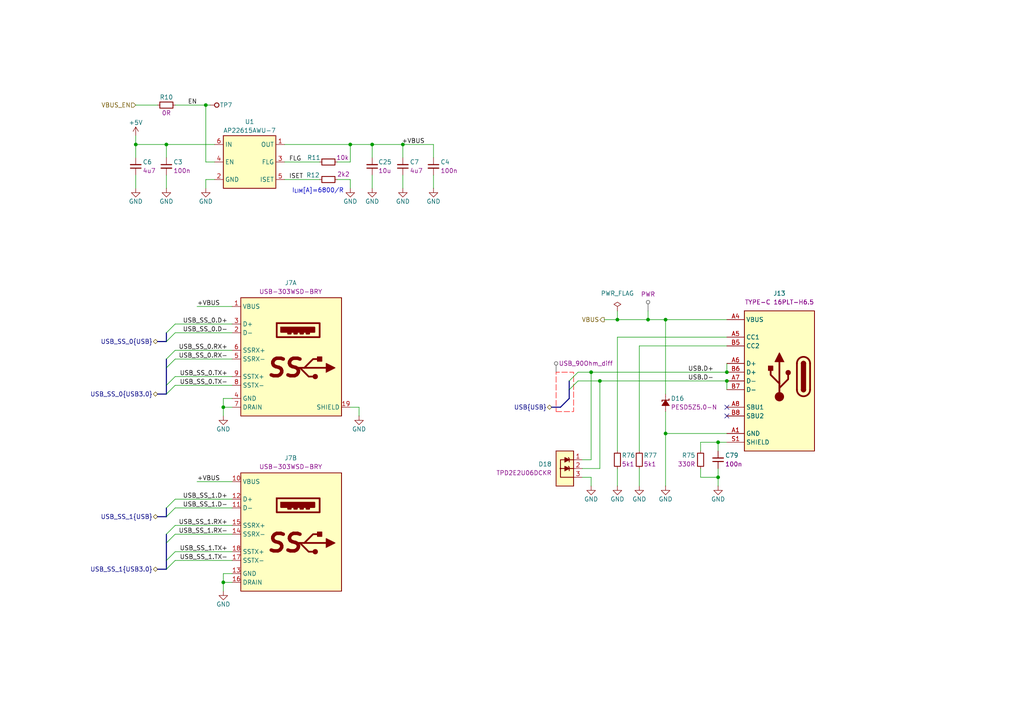
<source format=kicad_sch>
(kicad_sch (version 20250114) (generator "eeschema") (generator_version "9.0")
  (paper "A4")
  (title_block (title "ModuCard CM5 module") (date "2025-07-05") (rev "1.0.0") (company "KoNaR") (comment 1 "Project author: Dominik Pluta"))
  (lib_symbols
    (symbol "C-100n-0402_1" (pin_numbers (hide yes)) (pin_names (hide yes))
      (property "Reference" "C" (at 12.7 0 0))
      (property "Val" "100n" (at 12.7 -20.32 0))
      (symbol "C-100n-0402_1_0_1"
        (polyline (pts (xy 2.032 -1.524) (xy 2.032 1.524)) (stroke (width 0.3048)))
        (polyline (pts (xy 3.048 -1.524) (xy 3.048 1.524)) (stroke (width 0.3302)))
      )
      (symbol "C-100n-0402_1_1_1"
        (pin passive line (at 0 0 0) (length 2.032) (name "~") (number "1"))
        (pin passive line (at 5.08 0 180) (length 2.032) (name "~") (number "2"))
      )
    )
    (symbol "DW-ICs:AP22615AWU-7"
      (property "Reference" "U" (at 34.29 0 0))
      (property "MPN" "AP22615AWU-7" (at 34.29 -15.24 0))
      (symbol "AP22615AWU-7_0_1"
        (rectangle (start 2.54 2.54) (end 17.78 -12.7) (stroke (width 0.254)) (fill (type background)))
      )
      (symbol "AP22615AWU-7_1_0"
        (pin power_in line (at 0 0 0) (length 2.54) (name "IN") (number "6"))
        (pin input line (at 0 -5.08 0) (length 2.54) (name "EN") (number "4"))
        (pin power_in line (at 0 -10.16 0) (length 2.54) (name "GND") (number "2"))
        (pin power_out line (at 20.32 0 180) (length 2.54) (name "OUT") (number "1"))
        (pin open_collector line (at 20.32 -5.08 180) (length 2.54) (name "FLG") (number "3"))
        (pin passive line (at 20.32 -10.16 180) (length 2.54) (name "ISET") (number "5"))
      )
    )
    (symbol "DW-TVS:PESD5Z5" (pin_numbers (hide yes)) (pin_names (offset 0.002) (hide yes))
      (property "Reference" "D" (at 12.7 0 0))
      (property "MPN" "PESD5Z5.0-N" (at 12.7 -15.24 0))
      (symbol "PESD5Z5_0_1"
        (polyline (pts (xy 1.905 0) (xy 0.635 0)))
        (polyline (pts (xy 4.445 0) (xy 3.175 0)))
      )
      (symbol "PESD5Z5_1_1"
        (polyline (pts (xy 1.778 1.016) (xy 1.397 1.016)) (stroke (width 0.254)))
        (polyline (pts (xy 1.778 1.016) (xy 1.778 -1.016)) (stroke (width 0.254)))
        (polyline (pts (xy 2.159 -1.016) (xy 1.778 -1.016)) (stroke (width 0.254)))
        (polyline (pts (xy 3.302 1.016) (xy 3.302 -1.016) (xy 1.778 0) (xy 3.302 1.016)) (stroke (width 0.254)) (fill (type outline)))
        (pin passive line (at 0 0 0) (length 0.635) (name "C") (number "1"))
        (pin passive line (at 5.08 0 180) (length 0.635) (name "A") (number "2"))
      )
    )
    (symbol "DW-TVS:TPD2E2U06DCKR" (pin_names (offset 0.002) (hide yes))
      (property "Reference" "D" (at 8.89 0 0))
      (property "MPN" "TPD2E2U06DCKR" (at 8.89 -15.24 0))
      (symbol "TPD2E2U06DCKR_0_1"
        (polyline (pts (xy 2.54 -5.08) (xy 6.35 -5.08) (xy 6.35 0) (xy 5.08 0)) (stroke (width 0.254)))
        (polyline (pts (xy 3.81 0) (xy 2.54 0)) (stroke (width 0.254)))
        (polyline (pts (xy 3.81 -2.54) (xy 2.54 -2.54)) (stroke (width 0.254)))
        (polyline (pts (xy 5.08 -2.54) (xy 6.35 -2.54)) (stroke (width 0.254)))
      )
      (symbol "TPD2E2U06DCKR_1_1"
        (rectangle (start 2.54 2.54) (end 7.62 -7.62) (stroke (width 0.254)) (fill (type background)))
        (polyline (pts (xy 3.81 -0.635) (xy 3.81 -0.381) (xy 3.81 0.381) (xy 4.064 0.635)) (stroke (width 0.254)) (fill (type background)))
        (polyline (pts (xy 3.81 -3.175) (xy 3.81 -2.921) (xy 3.81 -2.159) (xy 4.064 -1.905)) (stroke (width 0.254)) (fill (type background)))
        (polyline (pts (xy 5.08 -0.635) (xy 5.08 0.635) (xy 3.81 0) (xy 5.08 -0.635)) (stroke (width 0.254)) (fill (type outline)))
        (polyline (pts (xy 5.08 -3.175) (xy 5.08 -1.905) (xy 3.81 -2.54) (xy 5.08 -3.175)) (stroke (width 0.254)) (fill (type outline)))
        (circle (center 6.35 -2.54) (radius 0.127) (stroke (width 0.254)) (fill (type background)))
        (pin passive line (at 0 0 0) (length 2.54) (name "1") (number "1"))
        (pin passive line (at 0 -2.54 0) (length 2.54) (name "2") (number "2"))
        (pin passive line (at 0 -5.08 0) (length 2.54) (name "3") (number "3"))
      )
    )
    (symbol "DW-capacitors:C-100n-0402" (pin_numbers (hide yes)) (pin_names (hide yes))
      (property "Reference" "C" (at 12.7 0 0))
      (property "Val" "100n" (at 12.7 -20.32 0))
      (symbol "C-100n-0402_0_1"
        (polyline (pts (xy 2.032 -1.524) (xy 2.032 1.524)) (stroke (width 0.3048)))
        (polyline (pts (xy 3.048 -1.524) (xy 3.048 1.524)) (stroke (width 0.3302)))
      )
      (symbol "C-100n-0402_1_1"
        (pin passive line (at 0 0 0) (length 2.032) (name "~") (number "1"))
        (pin passive line (at 5.08 0 180) (length 2.032) (name "~") (number "2"))
      )
    )
    (symbol "DW-capacitors:C-10u-0603" (pin_numbers (hide yes)) (pin_names (hide yes))
      (property "Reference" "C" (at 12.7 0 0))
      (property "Val" "10u" (at 12.7 -20.32 0))
      (symbol "C-10u-0603_0_1"
        (polyline (pts (xy 2.032 -1.524) (xy 2.032 1.524)) (stroke (width 0.3048)))
        (polyline (pts (xy 3.048 -1.524) (xy 3.048 1.524)) (stroke (width 0.3302)))
      )
      (symbol "C-10u-0603_1_1"
        (pin passive line (at 0 0 0) (length 2.032) (name "~") (number "1"))
        (pin passive line (at 5.08 0 180) (length 2.032) (name "~") (number "2"))
      )
    )
    (symbol "DW-capacitors:C-4u7-0402" (pin_numbers (hide yes)) (pin_names (hide yes))
      (property "Reference" "C" (at 12.7 0 0))
      (property "Val" "4u7" (at 12.7 -20.32 0))
      (symbol "C-4u7-0402_0_1"
        (polyline (pts (xy 2.032 -1.524) (xy 2.032 1.524)) (stroke (width 0.3048)))
        (polyline (pts (xy 3.048 -1.524) (xy 3.048 1.524)) (stroke (width 0.3302)))
      )
      (symbol "C-4u7-0402_1_1"
        (pin passive line (at 0 0 0) (length 2.032) (name "~") (number "1"))
        (pin passive line (at 5.08 0 180) (length 2.032) (name "~") (number "2"))
      )
    )
    (symbol "DW-connectors:USB-A_USB-303WSD-BRY"
      (property "Reference" "J" (at 34.29 0 0))
      (property "MPN" "USB-303WSD-BRY" (at 34.29 -15.24 0))
      (symbol "USB-A_USB-303WSD-BRY_0_1"
        (rectangle (start 2.54 2.54) (end 31.75 -31.75) (stroke (width 0.254)) (fill (type background)))
        (rectangle (start 12.954 -4.826) (end 25.4 -8.89) (stroke (width 0.508)))
        (rectangle (start 14.224 -6.096) (end 23.876 -7.366) (stroke (width 0.508)) (fill (type outline)))
        (rectangle (start 16.256 -7.62) (end 17.018 -7.874) (stroke (width 0.508)))
        (rectangle (start 18.034 -7.62) (end 18.796 -7.874) (stroke (width 0.508)))
        (polyline (pts (xy 18.415 -17.78) (xy 27.305 -17.78)) (stroke (width 0.508)))
        (polyline (pts (xy 19.685 -17.78) (xy 22.225 -20.32) (xy 23.495 -20.32)) (stroke (width 0.508)))
        (rectangle (start 19.812 -7.62) (end 20.574 -7.874) (stroke (width 0.508)))
        (polyline (pts (xy 20.955 -17.78) (xy 23.495 -15.24) (xy 24.765 -15.24)) (stroke (width 0.508)))
        (rectangle (start 21.59 -7.62) (end 22.352 -7.874) (stroke (width 0.508)))
        (circle (center 24.13 -20.32) (radius 0.635) (stroke (width 0.254)) (fill (type outline)))
        (rectangle (start 24.765 -14.605) (end 26.035 -15.875) (stroke (width 0.254)) (fill (type outline)))
        (polyline (pts (xy 27.305 -19.05) (xy 29.845 -17.78) (xy 27.305 -16.51) (xy 27.305 -19.05)) (stroke (width 0.254)) (fill (type outline)))
        (text "SS" (at 15.24 -17.78 0) (effects (font (size 5.08 5.08) (bold yes) (italic yes))))
      )
      (symbol "USB-A_USB-303WSD-BRY_1_1"
        (pin passive line (at 0 0 0) (length 2.54) (name "VBUS") (number "1"))
        (pin bidirectional line (at 0 -5.08 0) (length 2.54) (name "D+") (number "3"))
        (pin bidirectional line (at 0 -7.62 0) (length 2.54) (name "D-") (number "2"))
        (pin bidirectional line (at 0 -12.7 0) (length 2.54) (name "SSRX+") (number "6"))
        (pin bidirectional line (at 0 -15.24 0) (length 2.54) (name "SSRX-") (number "5"))
        (pin bidirectional line (at 0 -20.32 0) (length 2.54) (name "SSTX+") (number "9"))
        (pin bidirectional line (at 0 -22.86 0) (length 2.54) (name "SSTX-") (number "8"))
        (pin power_in line (at 0 -26.67 0) (length 2.54) (name "GND") (number "4"))
        (pin power_in line (at 0 -29.21 0) (length 2.54) (name "DRAIN") (number "7"))
        (pin passive line (at 34.29 -29.21 180) (length 2.54) (name "SHIELD") (number "19"))
      )
      (symbol "USB-A_USB-303WSD-BRY_2_1"
        (pin passive line (at 0 0 0) (length 2.54) (name "VBUS") (number "10"))
        (pin bidirectional line (at 0 -5.08 0) (length 2.54) (name "D+") (number "12"))
        (pin bidirectional line (at 0 -7.62 0) (length 2.54) (name "D-") (number "11"))
        (pin bidirectional line (at 0 -12.7 0) (length 2.54) (name "SSRX+") (number "15"))
        (pin bidirectional line (at 0 -15.24 0) (length 2.54) (name "SSRX-") (number "14"))
        (pin bidirectional line (at 0 -20.32 0) (length 2.54) (name "SSTX+") (number "18"))
        (pin bidirectional line (at 0 -22.86 0) (length 2.54) (name "SSTX-") (number "17"))
        (pin power_in line (at 0 -26.67 0) (length 2.54) (name "GND") (number "13"))
        (pin power_in line (at 0 -29.21 0) (length 2.54) (name "DRAIN") (number "16"))
      )
    )
    (symbol "DW-connectors:USB-C_TYPE-C_16PLT-H6.5"
      (property "Reference" "J" (at 27.94 0 0))
      (property "MPN" "TYPE-C 16PLT-H6.5" (at 27.94 -15.24 0))
      (symbol "USB-C_TYPE-C_16PLT-H6.5_0_1"
        (rectangle (start 13.335 -14.732) (end 12.065 -13.462) (stroke (width 0.254)) (fill (type outline)))
        (polyline (pts (xy 15.24 -18.542) (xy 12.7 -16.002) (xy 12.7 -14.732)) (stroke (width 0.508)))
        (polyline (pts (xy 15.24 -19.812) (xy 17.78 -17.272) (xy 17.78 -16.002)) (stroke (width 0.508)))
        (polyline (pts (xy 15.24 -22.352) (xy 15.24 -12.192)) (stroke (width 0.508)))
        (circle (center 15.24 -22.352) (radius 1.27) (fill (type outline)))
        (polyline (pts (xy 16.51 -12.192) (xy 15.24 -9.652) (xy 13.97 -12.192) (xy 16.51 -12.192)) (stroke (width 0.254)) (fill (type outline)))
        (circle (center 17.78 -15.367) (radius 0.635) (stroke (width 0.254)) (fill (type outline)))
        (polyline (pts (xy 20.32 -12.7) (xy 20.32 -20.32)) (stroke (width 0.508)))
        (arc (start 21.59 -12.7) (mid 22.225 -12.0677) (end 22.86 -12.7) (stroke (width 0.254)))
        (arc (start 21.59 -12.7) (mid 22.225 -12.0677) (end 22.86 -12.7) (stroke (width 0.254)) (fill (type outline)))
        (arc (start 20.32 -12.7) (mid 22.225 -10.8033) (end 24.13 -12.7) (stroke (width 0.508)))
        (arc (start 24.13 -20.32) (mid 22.225 -22.2167) (end 20.32 -20.32) (stroke (width 0.508)))
        (arc (start 22.86 -20.32) (mid 22.225 -20.9523) (end 21.59 -20.32) (stroke (width 0.254)))
        (arc (start 22.86 -20.32) (mid 22.225 -20.9523) (end 21.59 -20.32) (stroke (width 0.254)) (fill (type outline)))
        (rectangle (start 22.86 -20.32) (end 21.59 -12.7) (stroke (width 0.254)) (fill (type outline)))
        (polyline (pts (xy 24.13 -20.32) (xy 24.13 -12.7)) (stroke (width 0.508)))
        (rectangle (start 25.4 2.54) (end 5.08 -38.1) (stroke (width 0.254)) (fill (type background)))
      )
      (symbol "USB-C_TYPE-C_16PLT-H6.5_1_1"
        (pin passive line (at 0 0 0) (length 5.08) (name "VBUS") (number "A4"))
        (pin passive line (at 0 0 0) (length 5.08) (hide yes) (name "VBUS") (number "A9"))
        (pin passive line (at 0 0 0) (length 5.08) (hide yes) (name "VBUS") (number "B4"))
        (pin passive line (at 0 0 0) (length 5.08) (hide yes) (name "VBUS") (number "B9"))
        (pin bidirectional line (at 0 -5.08 0) (length 5.08) (name "CC1") (number "A5"))
        (pin bidirectional line (at 0 -7.62 0) (length 5.08) (name "CC2") (number "B5"))
        (pin bidirectional line (at 0 -12.7 0) (length 5.08) (name "D+") (number "A6"))
        (pin bidirectional line (at 0 -15.24 0) (length 5.08) (name "D+") (number "B6"))
        (pin bidirectional line (at 0 -17.78 0) (length 5.08) (name "D-") (number "A7"))
        (pin bidirectional line (at 0 -20.32 0) (length 5.08) (name "D-") (number "B7"))
        (pin bidirectional line (at 0 -25.4 0) (length 5.08) (name "SBU1") (number "A8"))
        (pin bidirectional line (at 0 -27.94 0) (length 5.08) (name "SBU2") (number "B8"))
        (pin power_in line (at 0 -33.02 0) (length 5.08) (name "GND") (number "A1"))
        (pin passive line (at 0 -33.02 0) (length 5.08) (hide yes) (name "GND") (number "A12"))
        (pin passive line (at 0 -33.02 0) (length 5.08) (hide yes) (name "GND") (number "B1"))
        (pin passive line (at 0 -33.02 0) (length 5.08) (hide yes) (name "GND") (number "B12"))
        (pin passive line (at 0 -35.56 0) (length 5.08) (name "SHIELD") (number "S1"))
      )
    )
    (symbol "DW-power-symbols:+5V" (power) (pin_numbers (hide yes)) (pin_names (offset 0) (hide yes))
      (property "Value" "+5V" (at 0 3.556 0))
      (symbol "+5V_0_1"
        (polyline (pts (xy -0.762 1.27) (xy 0 2.54)))
        (polyline (pts (xy 0 2.54) (xy 0.762 1.27)))
        (polyline (pts (xy 0 0) (xy 0 2.54)))
      )
      (symbol "+5V_1_1"
        (pin power_in line (at 0 0 90) (length 0) (name "~") (number "1"))
      )
    )
    (symbol "DW-power-symbols:GND" (power) (pin_numbers (hide yes)) (pin_names (offset 0) (hide yes))
      (property "Value" "GND" (at 0 -3.81 0))
      (symbol "GND_0_1"
        (polyline (pts (xy 0 0) (xy 0 -1.27) (xy 1.27 -1.27) (xy 0 -2.54) (xy -1.27 -1.27) (xy 0 -1.27)))
      )
      (symbol "GND_1_1"
        (pin power_in line (at 0 0 270) (length 0) (name "~") (number "1"))
      )
    )
    (symbol "DW-power-symbols:PWR_FLAG" (power) (pin_numbers (hide yes)) (pin_names (offset 0) (hide yes))
      (property "Value" "PWR_FLAG" (at 0 3.81 0))
      (symbol "PWR_FLAG_0_0"
        (pin power_out line (at 0 0 90) (length 0) (name "~") (number "1"))
      )
      (symbol "PWR_FLAG_0_1"
        (polyline (pts (xy 0 0) (xy 0 1.27) (xy -1.016 1.905) (xy 0 2.54) (xy 1.016 1.905) (xy 0 1.27)))
      )
    )
    (symbol "DW-resistors:R-0R-0402" (pin_numbers (hide yes)) (pin_names (offset 0) (hide yes))
      (property "Reference" "R" (at 12.7 0 0))
      (property "Val" "0R" (at 12.7 -20.32 0))
      (symbol "R-0R-0402_0_1"
        (rectangle (start 0.635 0.889) (end 4.445 -0.889) (stroke (width 0.254)))
      )
      (symbol "R-0R-0402_1_1"
        (pin passive line (at 0 0 0) (length 0.635) (name "~") (number "1"))
        (pin passive line (at 5.08 0 180) (length 0.635) (name "~") (number "2"))
      )
    )
    (symbol "DW-resistors:R-10k-0402" (pin_numbers (hide yes)) (pin_names (offset 0) (hide yes))
      (property "Reference" "R" (at 12.7 0 0))
      (property "Val" "10k" (at 12.7 -20.32 0))
      (symbol "R-10k-0402_0_1"
        (rectangle (start 0.635 0.889) (end 4.445 -0.889) (stroke (width 0.254)))
      )
      (symbol "R-10k-0402_1_1"
        (pin passive line (at 0 0 0) (length 0.635) (name "~") (number "1"))
        (pin passive line (at 5.08 0 180) (length 0.635) (name "~") (number "2"))
      )
    )
    (symbol "DW-resistors:R-2k2-0402" (pin_numbers (hide yes)) (pin_names (offset 0) (hide yes))
      (property "Reference" "R" (at 12.7 0 0))
      (property "Val" "2k2" (at 12.7 -20.32 0))
      (symbol "R-2k2-0402_0_1"
        (rectangle (start 0.635 0.889) (end 4.445 -0.889) (stroke (width 0.254)))
      )
      (symbol "R-2k2-0402_1_1"
        (pin passive line (at 0 0 0) (length 0.635) (name "~") (number "1"))
        (pin passive line (at 5.08 0 180) (length 0.635) (name "~") (number "2"))
      )
    )
    (symbol "DW-resistors:R-330r-0402" (pin_numbers (hide yes)) (pin_names (offset 0) (hide yes))
      (property "Reference" "R" (at 12.7 0 0))
      (property "Val" "330R" (at 12.7 -20.32 0))
      (symbol "R-330r-0402_0_1"
        (rectangle (start 0.635 0.889) (end 4.445 -0.889) (stroke (width 0.254)))
      )
      (symbol "R-330r-0402_1_1"
        (pin passive line (at 0 0 0) (length 0.635) (name "~") (number "1"))
        (pin passive line (at 5.08 0 180) (length 0.635) (name "~") (number "2"))
      )
    )
    (symbol "DW-resistors:R-5k1-0402" (pin_numbers (hide yes)) (pin_names (offset 0) (hide yes))
      (property "Reference" "R" (at 12.7 0 0))
      (property "Val" "5k1" (at 12.7 -20.32 0))
      (symbol "R-5k1-0402_0_1"
        (rectangle (start 0.635 0.889) (end 4.445 -0.889) (stroke (width 0.254)))
      )
      (symbol "R-5k1-0402_1_1"
        (pin passive line (at 0 0 0) (length 0.635) (name "~") (number "1"))
        (pin passive line (at 5.08 0 180) (length 0.635) (name "~") (number "2"))
      )
    )
    (symbol "DW-test-points:TP_SMD_0.75mm" (pin_numbers (hide yes)) (pin_names (hide yes)) (in_bom no)
      (property "Reference" "TP" (at 3.81 0 0))
      (symbol "TP_SMD_0.75mm_1_1"
        (circle (center 1.905 0) (radius 0.635) (stroke (width 0.254)))
        (pin passive line (at 0 0 0) (length 1.27) (name "1") (number "1"))
      )
    )
  )
  (bus_alias "USB3.0" (members "TX+" "TX-" "RX+" "RX-"))
  (text "I_{LIM}[A]=6800/R" (at 92.202 55.372 0) (effects (font (size 1.27 1.27))))
  (junction (at 107.95 41.91))
  (junction (at 210.82 110.49))
  (junction (at 208.28 138.43))
  (junction (at 171.45 107.95))
  (junction (at 39.37 41.91))
  (junction (at 208.28 128.27))
  (junction (at 48.26 41.91))
  (junction (at 187.96 92.71))
  (junction (at 64.77 168.91))
  (junction (at 173.99 110.49))
  (junction (at 179.07 92.71))
  (junction (at 64.77 118.11))
  (junction (at 59.69 30.48))
  (junction (at 101.6 41.91))
  (junction (at 116.84 41.91))
  (junction (at 193.04 92.71))
  (junction (at 210.82 107.95))
  (junction (at 193.04 125.73))
  (no_connect (at 210.82 118.11))
  (no_connect (at 210.82 120.65))
  (bus_entry (at 48.26 165.1) (size 2.54 -2.54))
  (bus_entry (at 48.26 114.3) (size 2.54 -2.54))
  (bus_entry (at 48.26 162.56) (size 2.54 -2.54))
  (bus_entry (at 48.26 149.86) (size 2.54 -2.54))
  (bus_entry (at 165.1 110.49) (size 2.54 -2.54))
  (bus_entry (at 48.26 157.48) (size 2.54 -2.54))
  (bus_entry (at 165.1 113.03) (size 2.54 -2.54))
  (bus_entry (at 48.26 111.76) (size 2.54 -2.54))
  (bus_entry (at 48.26 99.06) (size 2.54 -2.54))
  (bus_entry (at 48.26 106.68) (size 2.54 -2.54))
  (bus_entry (at 48.26 154.94) (size 2.54 -2.54))
  (bus_entry (at 48.26 104.14) (size 2.54 -2.54))
  (bus_entry (at 48.26 147.32) (size 2.54 -2.54))
  (bus_entry (at 48.26 96.52) (size 2.54 -2.54))
  (wire (pts (xy 67.31 166.37) (xy 64.77 166.37)))
  (wire (pts (xy 64.77 118.11) (xy 64.77 120.65)))
  (wire (pts (xy 203.2 138.43) (xy 208.28 138.43)))
  (wire (pts (xy 210.82 100.33) (xy 185.42 100.33)))
  (wire (pts (xy 175.26 92.71) (xy 179.07 92.71)))
  (wire (pts (xy 67.31 168.91) (xy 64.77 168.91)))
  (wire (pts (xy 167.64 110.49) (xy 173.99 110.49)))
  (wire (pts (xy 50.8 152.4) (xy 67.31 152.4)))
  (wire (pts (xy 101.6 41.91) (xy 107.95 41.91)))
  (wire (pts (xy 101.6 118.11) (xy 104.14 118.11)))
  (wire (pts (xy 64.77 166.37) (xy 64.77 168.91)))
  (wire (pts (xy 179.07 92.71) (xy 187.96 92.71)))
  (wire (pts (xy 179.07 90.17) (xy 179.07 92.71)))
  (wire (pts (xy 67.31 115.57) (xy 64.77 115.57)))
  (wire (pts (xy 60.96 30.48) (xy 59.69 30.48)))
  (wire (pts (xy 208.28 135.89) (xy 208.28 138.43)))
  (wire (pts (xy 179.07 97.79) (xy 210.82 97.79)))
  (wire (pts (xy 39.37 41.91) (xy 48.26 41.91)))
  (wire (pts (xy 50.8 111.76) (xy 67.31 111.76)))
  (wire (pts (xy 107.95 41.91) (xy 116.84 41.91)))
  (wire (pts (xy 125.73 41.91) (xy 125.73 45.72)))
  (wire (pts (xy 193.04 92.71) (xy 187.96 92.71)))
  (bus (pts (xy 48.26 162.56) (xy 48.26 157.48)))
  (wire (pts (xy 107.95 41.91) (xy 107.95 45.72)))
  (wire (pts (xy 210.82 128.27) (xy 208.28 128.27)))
  (wire (pts (xy 39.37 50.8) (xy 39.37 54.61)))
  (wire (pts (xy 171.45 107.95) (xy 171.45 133.35)))
  (wire (pts (xy 97.79 46.99) (xy 101.6 46.99)))
  (wire (pts (xy 82.55 52.07) (xy 92.71 52.07)))
  (wire (pts (xy 208.28 138.43) (xy 208.28 140.97)))
  (wire (pts (xy 59.69 46.99) (xy 59.69 30.48)))
  (wire (pts (xy 210.82 125.73) (xy 193.04 125.73)))
  (wire (pts (xy 171.45 107.95) (xy 210.82 107.95)))
  (wire (pts (xy 107.95 50.8) (xy 107.95 54.61)))
  (wire (pts (xy 50.8 101.6) (xy 67.31 101.6)))
  (wire (pts (xy 171.45 138.43) (xy 171.45 140.97)))
  (wire (pts (xy 50.8 147.32) (xy 67.31 147.32)))
  (wire (pts (xy 210.82 110.49) (xy 210.82 113.03)))
  (bus (pts (xy 48.26 111.76) (xy 48.26 114.3)))
  (wire (pts (xy 185.42 135.89) (xy 185.42 140.97)))
  (wire (pts (xy 101.6 46.99) (xy 101.6 41.91)))
  (wire (pts (xy 50.8 162.56) (xy 67.31 162.56)))
  (bus (pts (xy 45.72 149.86) (xy 48.26 149.86)))
  (bus (pts (xy 162.56 118.11) (xy 165.1 115.57)))
  (wire (pts (xy 193.04 114.3) (xy 193.04 92.71)))
  (wire (pts (xy 116.84 50.8) (xy 116.84 54.61)))
  (wire (pts (xy 210.82 105.41) (xy 210.82 107.95)))
  (wire (pts (xy 50.8 160.02) (xy 67.31 160.02)))
  (bus (pts (xy 48.26 162.56) (xy 48.26 165.1)))
  (wire (pts (xy 173.99 110.49) (xy 173.99 135.89)))
  (wire (pts (xy 50.8 93.98) (xy 67.31 93.98)))
  (wire (pts (xy 104.14 118.11) (xy 104.14 120.65)))
  (wire (pts (xy 167.64 107.95) (xy 171.45 107.95)))
  (wire (pts (xy 82.55 46.99) (xy 92.71 46.99)))
  (bus (pts (xy 165.1 113.03) (xy 165.1 115.57)))
  (wire (pts (xy 203.2 128.27) (xy 203.2 130.81)))
  (bus (pts (xy 45.72 114.3) (xy 48.26 114.3)))
  (bus (pts (xy 48.26 154.94) (xy 48.26 157.48)))
  (wire (pts (xy 116.84 41.91) (xy 116.84 45.72)))
  (wire (pts (xy 57.15 139.7) (xy 67.31 139.7)))
  (wire (pts (xy 39.37 30.48) (xy 45.72 30.48)))
  (wire (pts (xy 179.07 130.81) (xy 179.07 97.79)))
  (wire (pts (xy 210.82 92.71) (xy 193.04 92.71)))
  (wire (pts (xy 39.37 39.37) (xy 39.37 41.91)))
  (bus (pts (xy 45.72 99.06) (xy 48.26 99.06)))
  (wire (pts (xy 125.73 50.8) (xy 125.73 54.61)))
  (wire (pts (xy 62.23 46.99) (xy 59.69 46.99)))
  (wire (pts (xy 173.99 110.49) (xy 210.82 110.49)))
  (wire (pts (xy 187.96 90.17) (xy 187.96 92.71)))
  (wire (pts (xy 50.8 109.22) (xy 67.31 109.22)))
  (bus (pts (xy 48.26 111.76) (xy 48.26 106.68)))
  (wire (pts (xy 48.26 41.91) (xy 48.26 45.72)))
  (bus (pts (xy 48.26 96.52) (xy 48.26 99.06)))
  (bus (pts (xy 160.02 118.11) (xy 162.56 118.11)))
  (wire (pts (xy 185.42 100.33) (xy 185.42 130.81)))
  (wire (pts (xy 64.77 168.91) (xy 64.77 171.45)))
  (wire (pts (xy 59.69 52.07) (xy 62.23 52.07)))
  (wire (pts (xy 50.8 104.14) (xy 67.31 104.14)))
  (wire (pts (xy 101.6 52.07) (xy 101.6 54.61)))
  (wire (pts (xy 208.28 128.27) (xy 208.28 130.81)))
  (wire (pts (xy 179.07 140.97) (xy 179.07 135.89)))
  (wire (pts (xy 57.15 88.9) (xy 67.31 88.9)))
  (wire (pts (xy 48.26 50.8) (xy 48.26 54.61)))
  (wire (pts (xy 82.55 41.91) (xy 101.6 41.91)))
  (wire (pts (xy 50.8 154.94) (xy 67.31 154.94)))
  (wire (pts (xy 50.8 30.48) (xy 59.69 30.48)))
  (wire (pts (xy 173.99 135.89) (xy 168.91 135.89)))
  (bus (pts (xy 165.1 110.49) (xy 165.1 113.03)))
  (wire (pts (xy 50.8 96.52) (xy 67.31 96.52)))
  (wire (pts (xy 203.2 135.89) (xy 203.2 138.43)))
  (bus (pts (xy 48.26 104.14) (xy 48.26 106.68)))
  (wire (pts (xy 97.79 52.07) (xy 101.6 52.07)))
  (wire (pts (xy 59.69 52.07) (xy 59.69 54.61)))
  (wire (pts (xy 64.77 115.57) (xy 64.77 118.11)))
  (wire (pts (xy 193.04 119.38) (xy 193.04 125.73)))
  (wire (pts (xy 67.31 118.11) (xy 64.77 118.11)))
  (wire (pts (xy 171.45 133.35) (xy 168.91 133.35)))
  (wire (pts (xy 208.28 128.27) (xy 203.2 128.27)))
  (wire (pts (xy 50.8 144.78) (xy 67.31 144.78)))
  (wire (pts (xy 171.45 138.43) (xy 168.91 138.43)))
  (bus (pts (xy 48.26 147.32) (xy 48.26 149.86)))
  (wire (pts (xy 193.04 125.73) (xy 193.04 140.97)))
  (wire (pts (xy 116.84 41.91) (xy 125.73 41.91)))
  (bus (pts (xy 45.72 165.1) (xy 48.26 165.1)))
  (wire (pts (xy 48.26 41.91) (xy 62.23 41.91)))
  (wire (pts (xy 39.37 41.91) (xy 39.37 45.72)))
  (label "USB_SS_0.D+" (at 66.04 93.98 180))
  (label "USB_SS_0.D-" (at 66.04 96.52 180))
  (label "USB_SS_1.RX+" (at 66.04 152.4 180))
  (label "+VBUS" (at 123.19 41.91 180))
  (label "USB_SS_1.D-" (at 66.04 147.32 180))
  (label "EN" (at 57.15 30.48 180))
  (label "USB_SS_0.TX+" (at 66.04 109.22 180))
  (label "FLG" (at 83.82 46.99 0))
  (label "USB_SS_0.RX-" (at 66.04 104.14 180))
  (label "USB_SS_0.TX-" (at 66.04 111.76 180))
  (label "USB.D+" (at 207.01 107.95 180))
  (label "+VBUS" (at 57.15 139.7 0))
  (label "USB_SS_1.TX-" (at 66.04 162.56 180))
  (label "USB_SS_1.RX-" (at 66.04 154.94 180))
  (label "ISET" (at 83.82 52.07 0))
  (label "USB_SS_0.RX+" (at 66.04 101.6 180))
  (label "USB_SS_1.D+" (at 66.04 144.78 180))
  (label "+VBUS" (at 57.15 88.9 0))
  (label "USB.D-" (at 207.01 110.49 180))
  (label "USB_SS_1.TX+" (at 66.04 160.02 180))
  (hierarchical_label "USB_SS_0{USB3.0}" (shape bidirectional) (at 45.72 114.3 180))
  (hierarchical_label "USB{USB}" (shape bidirectional) (at 160.02 118.11 180))
  (hierarchical_label "USB_SS_1{USB3.0}" (shape bidirectional) (at 45.72 165.1 180))
  (hierarchical_label "USB_SS_1{USB}" (shape bidirectional) (at 45.72 149.86 180))
  (hierarchical_label "VBUS_EN" (shape input) (at 39.37 30.48 180))
  (hierarchical_label "VBUS" (shape output) (at 175.26 92.71 180))
  (hierarchical_label "USB_SS_0{USB}" (shape bidirectional) (at 45.72 99.06 180))
  (rule_area (polyline (pts (xy 161.29 119.38) (xy 166.37 119.38) (xy 166.37 107.95) (xy 161.29 107.95)) (stroke (width 0) (type dash))))
  (netclass_flag "" (length 2.54) (shape round) (at 161.29 107.95 0) (property "Netclass" "USB_90Ohm_diff" (at 162.052 105.41 0) (effects (justify left))))
  (netclass_flag "" (length 2.54) (shape round) (at 187.96 90.17 0) (property "Netclass" "PWR" (at 187.96 85.344 0)))
  (symbol (lib_id "DW-resistors:R-5k1-0402") (at 179.07 135.89 90) (unit 1)
    (property "Reference" "R76" (at 180.34 132.08 90) (effects (justify right)))
    (property "Value" "R-5k1-0402" (effects (hide yes)))
    (property "Footprint" "DW-footprints:R_0402_1005Metric" (effects (hide yes)))
    (property "Datasheet" "https://lcsc.com/datasheet/lcsc_datasheet_2411221127_UNI-ROYAL-0402WGF5101TCE_C25905.pdf" (effects (hide yes)))
    (property "Description" "62.5mW Thick Film Resistor 50V ±100ppm/℃ ±1% 5.1kΩ 0402 Chip Resistor - Surface Mount ROHS" (effects (hide yes)))
    (property "Manufacturer" "UNI-ROYAL(Uniroyal Elec)" (effects (hide yes)))
    (property "MPN" "0402WGF5101TCE" (effects (hide yes)))
    (property "LCSC" "C25905" (effects (hide yes)))
    (property "Val" "5k1" (at 180.34 134.62 90) (effects (justify right)))
    (property "Tolerance" "1%" (effects (hide yes)))
  )
  (symbol (lib_id "DW-power-symbols:GND") (at 48.26 54.61 0) (unit 1)
    (property "Reference" "#PWR034" (effects (hide yes)))
    (property "Value" "GND" (at 48.26 58.42 0))
    (property "Description" "Power symbol creates a global label with name \"GND\" , ground" (effects (hide yes)))
  )
  (symbol (lib_id "DW-resistors:R-0R-0402") (at 45.72 30.48 0) (unit 1)
    (property "Reference" "R10" (at 48.26 28.194 0))
    (property "Value" "R-0R-0402" (effects (hide yes)))
    (property "Footprint" "DW-footprints:R_0402_1005Metric" (effects (hide yes)))
    (property "Datasheet" "https://lcsc.com/datasheet/lcsc_datasheet_2411221126_UNI-ROYAL-0402WGF0000TCE_C17168.pdf" (effects (hide yes)))
    (property "Description" "62.5mW Thick Film Resistor 50V ±800ppm/℃ ±1% 0Ω 0402 Chip Resistor - Surface Mount ROHS" (effects (hide yes)))
    (property "Manufacturer" "UNI-ROYAL(Uniroyal Elec)" (effects (hide yes)))
    (property "MPN" "0402WGF0000TCE" (effects (hide yes)))
    (property "LCSC" "C17168" (effects (hide yes)))
    (property "Val" "0R" (at 48.26 32.766 0))
    (property "Tolerance" "1%" (effects (hide yes)))
  )
  (symbol (lib_id "DW-power-symbols:GND") (at 59.69 54.61 0) (unit 1)
    (property "Reference" "#PWR035" (effects (hide yes)))
    (property "Value" "GND" (at 59.69 58.42 0))
    (property "Description" "Power symbol creates a global label with name \"GND\" , ground" (effects (hide yes)))
  )
  (symbol (lib_id "DW-resistors:R-10k-0402") (at 92.71 46.99 0) (unit 1)
    (property "Reference" "R11" (at 92.964 45.72 0) (effects (justify right)))
    (property "Value" "R-10k-0402" (effects (hide yes)))
    (property "Footprint" "DW-footprints:R_0402_1005Metric" (effects (hide yes)))
    (property "Datasheet" "https://lcsc.com/datasheet/lcsc_datasheet_2411221126_UNI-ROYAL-Uniroyal-Elec-0402WGF1002TCE_C25744.pdf" (effects (hide yes)))
    (property "Description" "62.5mW Thick Film Resistor 50V ±100ppm/℃ ±1% 10kΩ 0402 Chip Resistor - Surface Mount ROHS" (effects (hide yes)))
    (property "Manufacturer" "UNI-ROYAL(Uniroyal Elec)" (effects (hide yes)))
    (property "MPN" "0402WGF1002TCE" (effects (hide yes)))
    (property "LCSC" "C25744" (effects (hide yes)))
    (property "Val" "10k" (at 97.536 45.72 0) (effects (justify left)))
    (property "Tolerance" "1%" (effects (hide yes)))
  )
  (symbol (lib_id "DW-power-symbols:PWR_FLAG") (at 179.07 90.17 0) (mirror y) (unit 1)
    (property "Reference" "#FLG010" (effects (hide yes)))
    (property "Value" "PWR_FLAG" (at 179.07 85.09 0))
    (property "Description" "Special symbol for telling ERC where power comes from" (effects (hide yes)))
  )
  (symbol (lib_id "DW-TVS:PESD5Z5") (at 193.04 114.3 270) (unit 1)
    (property "Reference" "D16" (at 194.564 115.57 90) (effects (justify left)))
    (property "Value" "PESD5Z5" (effects (hide yes)))
    (property "Footprint" "DW-footprints:D_SOD-523" (effects (hide yes)))
    (property "Datasheet" "https://lcsc.com/datasheet/lcsc_datasheet_2409302201_BORN-PESD5Z5-0-N_C920301.pdf" (effects (hide yes)))
    (property "Description" "15A Unidirectional 5V SOD-523 ESD and Surge Protection (TVS/ESD) ROHS" (effects (hide yes)))
    (property "Manufacturer" "BORN" (effects (hide yes)))
    (property "MPN" "PESD5Z5.0-N" (at 194.564 118.11 90) (effects (justify left)))
    (property "LCSC" "C920301" (effects (hide yes)))
  )
  (symbol (lib_id "DW-power-symbols:GND") (at 193.04 140.97 0) (unit 1)
    (property "Reference" "#PWR0181" (effects (hide yes)))
    (property "Value" "GND" (at 193.04 144.78 0))
    (property "Description" "Power symbol creates a global label with name \"GND\" , ground" (effects (hide yes)))
  )
  (symbol (lib_id "DW-power-symbols:GND") (at 107.95 54.61 0) (unit 1)
    (property "Reference" "#PWR037" (effects (hide yes)))
    (property "Value" "GND" (at 107.95 58.42 0))
    (property "Description" "Power symbol creates a global label with name \"GND\" , ground" (effects (hide yes)))
  )
  (symbol (lib_id "DW-power-symbols:GND") (at 64.77 171.45 0) (unit 1)
    (property "Reference" "#PWR042" (effects (hide yes)))
    (property "Value" "GND" (at 64.77 175.26 0))
    (property "Description" "Power symbol creates a global label with name \"GND\" , ground" (effects (hide yes)))
  )
  (symbol (lib_id "DW-ICs:AP22615AWU-7") (at 62.23 41.91 0) (unit 1)
    (property "Reference" "U1" (at 72.39 35.306 0))
    (property "Value" "AP22615AWU-7" (at 72.39 37.846 0))
    (property "Footprint" "DW-footprints:TSOT-23-6" (effects (hide yes)))
    (property "Datasheet" "https://www.diodes.com/datasheet/download/AP22815_615.pdf" (effects (hide yes)))
    (property "Description" "3V~5.5V 40mΩ 3A 1 High Side Switch TSOT-23-6 Power Distribution Switches ROHS" (effects (hide yes)))
    (property "Manufacturer" "Diodes Incorporated" (effects (hide yes)))
    (property "MPN" "AP22615AWU-7" (effects (hide yes)))
    (property "LCSC" "C2680357" (effects (hide yes)))
  )
  (symbol (lib_id "DW-capacitors:C-100n-0402") (at 48.26 45.72 270) (unit 1)
    (property "Reference" "C3" (at 50.292 46.99 90) (effects (justify left)))
    (property "Value" "C-100n-0402" (effects (hide yes)))
    (property "Footprint" "DW-footprints:C_0402_1005Metric" (effects (hide yes)))
    (property "Datasheet" "https://lcsc.com/datasheet/lcsc_datasheet_2304140030_Samsung-Electro-Mechanics-CL05B104KB54PNC_C307331.pdf" (effects (hide yes)))
    (property "Description" "50V 100nF X7R ±10% 0402 Multilayer Ceramic Capacitors MLCC - SMD/SMT ROHS" (effects (hide yes)))
    (property "Manufacturer" "Samsung Electro-Mechanics" (effects (hide yes)))
    (property "MPN" "CL05B104KB54PNC" (effects (hide yes)))
    (property "LCSC" "C307331" (effects (hide yes)))
    (property "Val" "100n" (at 50.292 49.53 90) (effects (justify left)))
    (property "Tolerance" "10%" (effects (hide yes)))
    (property "Voltage" "50V" (effects (hide yes)))
    (property "Dielectric" "X7R" (effects (hide yes)))
  )
  (symbol (lib_id "DW-power-symbols:GND") (at 185.42 140.97 0) (unit 1)
    (property "Reference" "#PWR0182" (effects (hide yes)))
    (property "Value" "GND" (at 185.42 144.78 0))
    (property "Description" "Power symbol creates a global label with name \"GND\" , ground" (effects (hide yes)))
  )
  (symbol (lib_name "C-100n-0402_1") (lib_id "DW-capacitors:C-100n-0402") (at 208.28 135.89 90) (unit 1)
    (property "Reference" "C79" (at 210.312 132.08 90) (effects (justify right)))
    (property "Value" "C-100n-0402" (effects (hide yes)))
    (property "Footprint" "DW-footprints:C_0402_1005Metric" (effects (hide yes)))
    (property "Datasheet" "https://lcsc.com/datasheet/lcsc_datasheet_2304140030_Samsung-Electro-Mechanics-CL05B104KB54PNC_C307331.pdf" (effects (hide yes)))
    (property "Description" "50V 100nF X7R ±10% 0402 Multilayer Ceramic Capacitors MLCC - SMD/SMT ROHS" (effects (hide yes)))
    (property "Manufacturer" "Samsung Electro-Mechanics" (effects (hide yes)))
    (property "MPN" "CL05B104KB54PNC" (effects (hide yes)))
    (property "LCSC" "C307331" (effects (hide yes)))
    (property "Val" "100n" (at 210.312 134.62 90) (effects (justify right)))
    (property "Tolerance" "10%" (effects (hide yes)))
    (property "Voltage" "50V" (effects (hide yes)))
    (property "Dielectric" "X7R" (effects (hide yes)))
  )
  (symbol (lib_id "DW-connectors:USB-C_TYPE-C_16PLT-H6.5") (at 210.82 92.71 0) (unit 1)
    (property "Reference" "J13" (at 226.06 85.09 0))
    (property "Value" "USB-C_TYPE-C_16PLT-H6.5" (effects (hide yes)))
    (property "Footprint" "DW-footprints:USB-C-Receptacle_TYPE-C_16PLT-H6.5" (effects (hide yes)))
    (property "Datasheet" "https://www.lcsc.com/datasheet/C3151748.pdf" (effects (hide yes)))
    (property "Description" "USB 3.1 5A 1 Surface Mount,Vertical 16P Female -40℃~+85℃ Type-C SMD USB Connectors ROHS" (effects (hide yes)))
    (property "Manufacturer" "SHOU HAN" (effects (hide yes)))
    (property "MPN" "TYPE-C 16PLT-H6.5" (at 226.06 87.63 0))
    (property "LCSC" "C3151748" (effects (hide yes)))
  )
  (symbol (lib_id "DW-resistors:R-2k2-0402") (at 92.71 52.07 0) (unit 1)
    (property "Reference" "R12" (at 92.71 50.8 0) (effects (justify right)))
    (property "Value" "R-2k2-0402" (effects (hide yes)))
    (property "Footprint" "DW-footprints:R_0402_1005Metric" (effects (hide yes)))
    (property "Datasheet" "https://lcsc.com/datasheet/lcsc_datasheet_2411221126_UNI-ROYAL-0402WGF2201TCE_C25879.pdf" (effects (hide yes)))
    (property "Description" "62.5mW Thick Film Resistor 50V ±100ppm/℃ ±1% 2.2kΩ 0402 Chip Resistor - Surface Mount ROHS" (effects (hide yes)))
    (property "Manufacturer" "UNI-ROYAL(Uniroyal Elec)" (effects (hide yes)))
    (property "MPN" "0402WGF2201TCE" (effects (hide yes)))
    (property "LCSC" "C25879" (effects (hide yes)))
    (property "Val" "2k2" (at 97.79 50.546 0) (effects (justify left)))
    (property "Tolerance" "1%" (effects (hide yes)))
  )
  (symbol (lib_id "DW-power-symbols:+5V") (at 39.37 39.37 0) (unit 1)
    (property "Reference" "#PWR032" (effects (hide yes)))
    (property "Value" "+5V" (at 39.37 35.56 0))
    (property "Description" "Power symbol creates a global label with name \"+5V\"" (effects (hide yes)))
  )
  (symbol (lib_id "DW-power-symbols:GND") (at 104.14 120.65 0) (mirror y) (unit 1)
    (property "Reference" "#PWR041" (effects (hide yes)))
    (property "Value" "GND" (at 104.14 124.46 0))
    (property "Description" "Power symbol creates a global label with name \"GND\" , ground" (effects (hide yes)))
  )
  (symbol (lib_id "DW-power-symbols:GND") (at 101.6 54.61 0) (unit 1)
    (property "Reference" "#PWR036" (effects (hide yes)))
    (property "Value" "GND" (at 101.6 58.42 0))
    (property "Description" "Power symbol creates a global label with name \"GND\" , ground" (effects (hide yes)))
  )
  (symbol (lib_id "DW-capacitors:C-4u7-0402") (at 39.37 50.8 90) (unit 1)
    (property "Reference" "C6" (at 41.402 46.99 90) (effects (justify right)))
    (property "Value" "C-4u7-0402" (effects (hide yes)))
    (property "Footprint" "DW-footprints:C_0402_1005Metric" (effects (hide yes)))
    (property "Datasheet" "https://lcsc.com/datasheet/lcsc_datasheet_2304140030_Samsung-Electro-Mechanics-CL05A475MP5NRNC_C23733.pdf" (effects (hide yes)))
    (property "Description" "10V 4.7uF X5R ±20% 0402 Multilayer Ceramic Capacitors MLCC - SMD/SMT ROHS" (effects (hide yes)))
    (property "Manufacturer" "Samsung Electro-Mechanics" (effects (hide yes)))
    (property "MPN" "CL05A475MP5NRNC" (effects (hide yes)))
    (property "LCSC" "C23733" (effects (hide yes)))
    (property "Val" "4u7" (at 41.402 49.53 90) (effects (justify right)))
    (property "Tolerance" "20%" (effects (hide yes)))
    (property "Voltage" "10V" (effects (hide yes)))
    (property "Dielectric" "X5R" (effects (hide yes)))
  )
  (symbol (lib_id "DW-capacitors:C-4u7-0402") (at 116.84 50.8 90) (unit 1)
    (property "Reference" "C7" (at 118.872 46.99 90) (effects (justify right)))
    (property "Value" "C-4u7-0402" (effects (hide yes)))
    (property "Footprint" "DW-footprints:C_0402_1005Metric" (effects (hide yes)))
    (property "Datasheet" "https://lcsc.com/datasheet/lcsc_datasheet_2304140030_Samsung-Electro-Mechanics-CL05A475MP5NRNC_C23733.pdf" (effects (hide yes)))
    (property "Description" "10V 4.7uF X5R ±20% 0402 Multilayer Ceramic Capacitors MLCC - SMD/SMT ROHS" (effects (hide yes)))
    (property "Manufacturer" "Samsung Electro-Mechanics" (effects (hide yes)))
    (property "MPN" "CL05A475MP5NRNC" (effects (hide yes)))
    (property "LCSC" "C23733" (effects (hide yes)))
    (property "Val" "4u7" (at 118.872 49.53 90) (effects (justify right)))
    (property "Tolerance" "20%" (effects (hide yes)))
    (property "Voltage" "10V" (effects (hide yes)))
    (property "Dielectric" "X5R" (effects (hide yes)))
  )
  (symbol (lib_id "DW-resistors:R-5k1-0402") (at 185.42 135.89 90) (unit 1)
    (property "Reference" "R77" (at 186.69 132.08 90) (effects (justify right)))
    (property "Value" "R-5k1-0402" (effects (hide yes)))
    (property "Footprint" "DW-footprints:R_0402_1005Metric" (effects (hide yes)))
    (property "Datasheet" "https://lcsc.com/datasheet/lcsc_datasheet_2411221127_UNI-ROYAL-0402WGF5101TCE_C25905.pdf" (effects (hide yes)))
    (property "Description" "62.5mW Thick Film Resistor 50V ±100ppm/℃ ±1% 5.1kΩ 0402 Chip Resistor - Surface Mount ROHS" (effects (hide yes)))
    (property "Manufacturer" "UNI-ROYAL(Uniroyal Elec)" (effects (hide yes)))
    (property "MPN" "0402WGF5101TCE" (effects (hide yes)))
    (property "LCSC" "C25905" (effects (hide yes)))
    (property "Val" "5k1" (at 186.69 134.62 90) (effects (justify right)))
    (property "Tolerance" "1%" (effects (hide yes)))
  )
  (symbol (lib_id "DW-capacitors:C-10u-0603") (at 107.95 50.8 90) (unit 1)
    (property "Reference" "C25" (at 109.728 46.99 90) (effects (justify right)))
    (property "Value" "C-10u-0603" (effects (hide yes)))
    (property "Footprint" "DW-footprints:C_0603_1608Metric" (effects (hide yes)))
    (property "Datasheet" "https://www.lcsc.com/datasheet/C96446.pdf" (effects (hide yes)))
    (property "Description" "25V 10uF X5R ±20% 0603 Multilayer Ceramic Capacitors MLCC - SMD/SMT ROHS" (effects (hide yes)))
    (property "Manufacturer" "Samsung Electro-Mechanics" (effects (hide yes)))
    (property "MPN" "CL10A106MA8NRNC" (effects (hide yes)))
    (property "LCSC" "C96446" (effects (hide yes)))
    (property "Val" "10u" (at 109.728 49.53 90) (effects (justify right)))
    (property "Tolerance" "20%" (effects (hide yes)))
    (property "Voltage" "25V" (effects (hide yes)))
    (property "Dielectric" "X5R" (effects (hide yes)))
  )
  (symbol (lib_id "DW-connectors:USB-A_USB-303WSD-BRY") (at 67.31 139.7 0) (unit 2)
    (property "Reference" "J7" (at 84.328 132.842 0))
    (property "Value" "USB-A_USB-303WSD-BRY" (effects (hide yes)))
    (property "Footprint" "DW-footprints:USB-A_Receptacle_USB-303WSD-BRY" (effects (hide yes)))
    (property "Datasheet" "https://lcsc.com/datasheet/lcsc_datasheet_2411220306_XUNPU-USB-303WSD-BRY_C2895028.pdf" (effects (hide yes)))
    (property "Description" "USB 3.0 1.8A 2 Right Angle 9Px2 Female -30℃~+85℃ Type-A" (effects (hide yes)))
    (property "Manufacturer" "XUNPU" (effects (hide yes)))
    (property "MPN" "USB-303WSD-BRY" (at 84.328 135.382 0))
    (property "LCSC" "C2895028" (effects (hide yes)))
  )
  (symbol (lib_id "DW-test-points:TP_SMD_0.75mm") (at 60.96 30.48 0) (unit 1) (in_bom no)
    (property "Reference" "TP7" (at 63.754 30.48 0) (effects (justify left)))
    (property "Value" "TP_SMD_0.75mm" (effects (hide yes)))
    (property "Footprint" "DW-footprints:TP_SMD_0.75mm" (effects (hide yes)))
    (property "Description" "Test point, SMD, round, 0.75mm diameter" (effects (hide yes)))
  )
  (symbol (lib_id "DW-power-symbols:GND") (at 179.07 140.97 0) (unit 1)
    (property "Reference" "#PWR0184" (effects (hide yes)))
    (property "Value" "GND" (at 179.07 144.78 0))
    (property "Description" "Power symbol creates a global label with name \"GND\" , ground" (effects (hide yes)))
  )
  (symbol (lib_id "DW-power-symbols:GND") (at 171.45 140.97 0) (mirror y) (unit 1)
    (property "Reference" "#PWR0183" (effects (hide yes)))
    (property "Value" "GND" (at 171.45 144.78 0))
    (property "Description" "Power symbol creates a global label with name \"GND\" , ground" (effects (hide yes)))
  )
  (symbol (lib_id "DW-power-symbols:GND") (at 64.77 120.65 0) (unit 1)
    (property "Reference" "#PWR040" (effects (hide yes)))
    (property "Value" "GND" (at 64.77 124.46 0))
    (property "Description" "Power symbol creates a global label with name \"GND\" , ground" (effects (hide yes)))
  )
  (symbol (lib_id "DW-power-symbols:GND") (at 125.73 54.61 0) (unit 1)
    (property "Reference" "#PWR039" (effects (hide yes)))
    (property "Value" "GND" (at 125.73 58.42 0))
    (property "Description" "Power symbol creates a global label with name \"GND\" , ground" (effects (hide yes)))
  )
  (symbol (lib_id "DW-capacitors:C-100n-0402") (at 125.73 45.72 270) (unit 1)
    (property "Reference" "C4" (at 127.762 46.99 90) (effects (justify left)))
    (property "Value" "C-100n-0402" (effects (hide yes)))
    (property "Footprint" "DW-footprints:C_0402_1005Metric" (effects (hide yes)))
    (property "Datasheet" "https://lcsc.com/datasheet/lcsc_datasheet_2304140030_Samsung-Electro-Mechanics-CL05B104KB54PNC_C307331.pdf" (effects (hide yes)))
    (property "Description" "50V 100nF X7R ±10% 0402 Multilayer Ceramic Capacitors MLCC - SMD/SMT ROHS" (effects (hide yes)))
    (property "Manufacturer" "Samsung Electro-Mechanics" (effects (hide yes)))
    (property "MPN" "CL05B104KB54PNC" (effects (hide yes)))
    (property "LCSC" "C307331" (effects (hide yes)))
    (property "Val" "100n" (at 127.762 49.53 90) (effects (justify left)))
    (property "Tolerance" "10%" (effects (hide yes)))
    (property "Voltage" "50V" (effects (hide yes)))
    (property "Dielectric" "X7R" (effects (hide yes)))
  )
  (symbol (lib_id "DW-TVS:TPD2E2U06DCKR") (at 168.91 133.35 0) (mirror y) (unit 1)
    (property "Reference" "D18" (at 160.02 134.62 0) (effects (justify left)))
    (property "Value" "TPD2E2U06DCKR" (effects (hide yes)))
    (property "Footprint" "DW-footprints:SOT-323" (effects (hide yes)))
    (property "Datasheet" "https://www.ti.com/lit/ds/symlink/tpd2e2u06.pdf?ts=1752541671933&ref_url=https%253A%252F%252Fwww.mouser.pl%252F" (effects (hide yes)))
    (property "Description" "TVS Diodes Dual 1.5-pF 5.5-V +/-25-kV ESD protect" (effects (hide yes)))
    (property "Manufacturer" "Texas Instruments" (effects (hide yes)))
    (property "MPN" "TPD2E2U06DCKR" (at 160.02 137.16 0) (effects (justify left)))
    (property "LCSC" "C1855726" (effects (hide yes)))
  )
  (symbol (lib_id "DW-power-symbols:GND") (at 39.37 54.61 0) (unit 1)
    (property "Reference" "#PWR033" (effects (hide yes)))
    (property "Value" "GND" (at 39.37 58.42 0))
    (property "Description" "Power symbol creates a global label with name \"GND\" , ground" (effects (hide yes)))
  )
  (symbol (lib_id "DW-power-symbols:GND") (at 208.28 140.97 0) (mirror y) (unit 1)
    (property "Reference" "#PWR0180" (effects (hide yes)))
    (property "Value" "GND" (at 208.28 144.78 0))
    (property "Description" "Power symbol creates a global label with name \"GND\" , ground" (effects (hide yes)))
  )
  (symbol (lib_id "DW-resistors:R-330r-0402") (at 203.2 135.89 270) (mirror x) (unit 1)
    (property "Reference" "R75" (at 201.676 132.08 90) (effects (justify right)))
    (property "Value" "R-330r-0402" (effects (hide yes)))
    (property "Footprint" "DW-footprints:R_0402_1005Metric" (effects (hide yes)))
    (property "Datasheet" "https://lcsc.com/datasheet/lcsc_datasheet_2411221126_UNI-ROYAL-0402WGF3300TCE_C25104.pdf" (effects (hide yes)))
    (property "Description" "62.5mW Thick Film Resistor 50V ±100ppm/℃ ±1% 330Ω 0402 Chip Resistor - Surface Mount ROHS" (effects (hide yes)))
    (property "Manufacturer" "UNI-ROYAL(Uniroyal Elec)" (effects (hide yes)))
    (property "MPN" "0402WGF3300TCE" (effects (hide yes)))
    (property "LCSC" "C25104" (effects (hide yes)))
    (property "Val" "330R" (at 201.676 134.62 90) (effects (justify right)))
    (property "Tolerance" "1%" (effects (hide yes)))
  )
  (symbol (lib_id "DW-power-symbols:GND") (at 116.84 54.61 0) (unit 1)
    (property "Reference" "#PWR038" (effects (hide yes)))
    (property "Value" "GND" (at 116.84 58.42 0))
    (property "Description" "Power symbol creates a global label with name \"GND\" , ground" (effects (hide yes)))
  )
  (symbol (lib_id "DW-connectors:USB-A_USB-303WSD-BRY") (at 67.31 88.9 0) (unit 1)
    (property "Reference" "J7" (at 84.328 82.042 0))
    (property "Value" "USB-A_USB-303WSD-BRY" (effects (hide yes)))
    (property "Footprint" "DW-footprints:USB-A_Receptacle_USB-303WSD-BRY" (effects (hide yes)))
    (property "Datasheet" "https://lcsc.com/datasheet/lcsc_datasheet_2411220306_XUNPU-USB-303WSD-BRY_C2895028.pdf" (effects (hide yes)))
    (property "Description" "USB 3.0 1.8A 2 Right Angle 9Px2 Female -30℃~+85℃ Type-A" (effects (hide yes)))
    (property "Manufacturer" "XUNPU" (effects (hide yes)))
    (property "MPN" "USB-303WSD-BRY" (at 84.328 84.582 0))
    (property "LCSC" "C2895028" (effects (hide yes)))
  )
)
</source>
